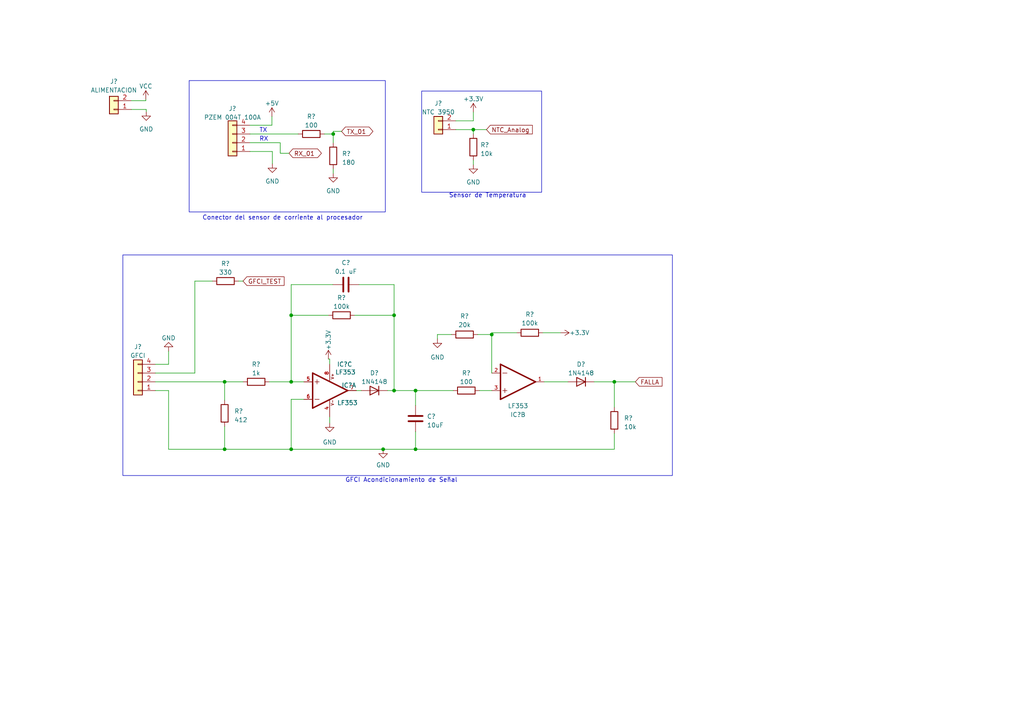
<source format=kicad_sch>
(kicad_sch (version 20230121) (generator eeschema)
  (paper "A4")
  (lib_symbols
    (symbol "Connector_Generic:Conn_01x02" (pin_names (offset 1.016) hide)
      (property "Reference" "J" (at 0 2.54 0))
      (property "Value" "Conn_01x02" (at 0 -5.08 0))
      (symbol "Conn_01x02_1_1"
        (rectangle (start -1.27 -2.413) (end 0 -2.667) (stroke (width 0.1524)))
        (rectangle (start -1.27 0.127) (end 0 -0.127) (stroke (width 0.1524)))
        (rectangle (start -1.27 1.27) (end 1.27 -3.81) (stroke (width 0.254)) (fill (type background)))
        (pin passive line (at -5.08 0 0) (length 3.81) (name "Pin_1") (number "1"))
        (pin passive line (at -5.08 -2.54 0) (length 3.81) (name "Pin_2") (number "2"))
      )
    )
    (symbol "Connector_Generic:Conn_01x04" (pin_names (offset 1.016) hide)
      (property "Reference" "J" (at 0 5.08 0))
      (property "Value" "Conn_01x04" (at 0 -7.62 0))
      (symbol "Conn_01x04_1_1"
        (rectangle (start -1.27 -4.953) (end 0 -5.207) (stroke (width 0.1524)))
        (rectangle (start -1.27 -2.413) (end 0 -2.667) (stroke (width 0.1524)))
        (rectangle (start -1.27 0.127) (end 0 -0.127) (stroke (width 0.1524)))
        (rectangle (start -1.27 2.667) (end 0 2.413) (stroke (width 0.1524)))
        (rectangle (start -1.27 3.81) (end 1.27 -6.35) (stroke (width 0.254)) (fill (type background)))
        (pin passive line (at -5.08 2.54 0) (length 3.81) (name "Pin_1") (number "1"))
        (pin passive line (at -5.08 0 0) (length 3.81) (name "Pin_2") (number "2"))
        (pin passive line (at -5.08 -2.54 0) (length 3.81) (name "Pin_3") (number "3"))
        (pin passive line (at -5.08 -5.08 0) (length 3.81) (name "Pin_4") (number "4"))
      )
    )
    (symbol "Device:C" (pin_numbers hide) (pin_names (offset 0.254))
      (property "Reference" "C" (at 0.635 2.54 0))
      (property "Value" "C" (at 0.635 -2.54 0))
      (symbol "C_0_1"
        (polyline (pts (xy -2.032 -0.762) (xy 2.032 -0.762)) (stroke (width 0.508)))
        (polyline (pts (xy -2.032 0.762) (xy 2.032 0.762)) (stroke (width 0.508)))
      )
      (symbol "C_1_1"
        (pin passive line (at 0 3.81 270) (length 2.794) (name "~") (number "1"))
        (pin passive line (at 0 -3.81 90) (length 2.794) (name "~") (number "2"))
      )
    )
    (symbol "Device:R" (pin_numbers hide) (pin_names (offset 0))
      (property "Reference" "R" (at 2.032 0 90))
      (property "Value" "R" (at 0 0 90))
      (symbol "R_0_1"
        (rectangle (start -1.016 -2.54) (end 1.016 2.54) (stroke (width 0.254)))
      )
      (symbol "R_1_1"
        (pin passive line (at 0 3.81 270) (length 1.27) (name "~") (number "1"))
        (pin passive line (at 0 -3.81 90) (length 1.27) (name "~") (number "2"))
      )
    )
    (symbol "Diode:1N4148" (pin_numbers hide) (pin_names hide)
      (property "Reference" "D" (at 0 2.54 0))
      (property "Value" "1N4148" (at 0 -2.54 0))
      (symbol "1N4148_0_1"
        (polyline (pts (xy -1.27 1.27) (xy -1.27 -1.27)) (stroke (width 0.254)))
        (polyline (pts (xy 1.27 0) (xy -1.27 0)))
        (polyline (pts (xy 1.27 1.27) (xy 1.27 -1.27) (xy -1.27 0) (xy 1.27 1.27)) (stroke (width 0.254)))
      )
      (symbol "1N4148_1_1"
        (pin passive line (at -3.81 0 0) (length 2.54) (name "K") (number "1"))
        (pin passive line (at 3.81 0 180) (length 2.54) (name "A") (number "2"))
      )
    )
    (symbol "LF353:LF353" (pin_names (offset 1.016))
      (property "Reference" "IC" (at 0 0 0))
      (property "Value" "LF353" (at 0 0 0))
      (symbol "LF353_1_0"
        (text "V+" (at 1.27 3.175 900) (effects (font (size 0.8128 0.8128)) (justify left bottom)))
        (text "V-" (at 1.27 -4.445 900) (effects (font (size 0.8128 0.8128)) (justify left bottom)))
        (pin power_in line (at 0 -7.62 90) (length 5.08) (name "~") (number "4"))
        (pin power_in line (at 0 7.62 270) (length 5.08) (name "~") (number "8"))
      )
      (symbol "LF353_2_0"
        (polyline (pts (xy -5.08 -5.08) (xy 5.08 0)) (stroke (width 0.4064)))
        (polyline (pts (xy -5.08 5.08) (xy -5.08 -5.08)) (stroke (width 0.4064)))
        (polyline (pts (xy -4.445 -2.54) (xy -3.175 -2.54)) (stroke (width 0.1524)))
        (polyline (pts (xy -4.445 2.54) (xy -3.175 2.54)) (stroke (width 0.1524)))
        (polyline (pts (xy -3.81 3.175) (xy -3.81 1.905)) (stroke (width 0.1524)))
        (polyline (pts (xy 5.08 0) (xy -5.08 5.08)) (stroke (width 0.4064)))
        (pin output line (at 7.62 0 180) (length 2.54) (name "~") (number "1"))
        (pin input line (at -7.62 -2.54 0) (length 2.54) (name "~") (number "2"))
        (pin input line (at -7.62 2.54 0) (length 2.54) (name "~") (number "3"))
      )
      (symbol "LF353_3_0"
        (polyline (pts (xy -5.08 -5.08) (xy 5.08 0)) (stroke (width 0.4064)))
        (polyline (pts (xy -5.08 5.08) (xy -5.08 -5.08)) (stroke (width 0.4064)))
        (polyline (pts (xy -4.445 -2.54) (xy -3.175 -2.54)) (stroke (width 0.1524)))
        (polyline (pts (xy -4.445 2.54) (xy -3.175 2.54)) (stroke (width 0.1524)))
        (polyline (pts (xy -3.81 3.175) (xy -3.81 1.905)) (stroke (width 0.1524)))
        (polyline (pts (xy 5.08 0) (xy -5.08 5.08)) (stroke (width 0.4064)))
        (pin input line (at -7.62 2.54 0) (length 2.54) (name "~") (number "5"))
        (pin input line (at -7.62 -2.54 0) (length 2.54) (name "~") (number "6"))
        (pin output line (at 7.62 0 180) (length 2.54) (name "~") (number "7"))
      )
    )
    (symbol "power:+3.3V" (power) (pin_names (offset 0))
      (property "Value" "+3.3V" (at 0 3.556 0))
      (symbol "+3.3V_0_1"
        (polyline (pts (xy -0.762 1.27) (xy 0 2.54)))
        (polyline (pts (xy 0 0) (xy 0 2.54)))
        (polyline (pts (xy 0 2.54) (xy 0.762 1.27)))
      )
      (symbol "+3.3V_1_1"
        (pin power_in line (at 0 0 90) (length 0) hide (name "+3.3V") (number "1"))
      )
    )
    (symbol "power:+5V" (power) (pin_names (offset 0))
      (property "Value" "+5V" (at 0 3.556 0))
      (symbol "+5V_0_1"
        (polyline (pts (xy -0.762 1.27) (xy 0 2.54)))
        (polyline (pts (xy 0 0) (xy 0 2.54)))
        (polyline (pts (xy 0 2.54) (xy 0.762 1.27)))
      )
      (symbol "+5V_1_1"
        (pin power_in line (at 0 0 90) (length 0) hide (name "+5V") (number "1"))
      )
    )
    (symbol "power:GND" (power) (pin_names (offset 0))
      (property "Value" "GND" (at 0 -3.81 0))
      (symbol "GND_0_1"
        (polyline (pts (xy 0 0) (xy 0 -1.27) (xy 1.27 -1.27) (xy 0 -2.54) (xy -1.27 -1.27) (xy 0 -1.27)))
      )
      (symbol "GND_1_1"
        (pin power_in line (at 0 0 270) (length 0) hide (name "GND") (number "1"))
      )
    )
    (symbol "power:VCC" (power) (pin_names (offset 0))
      (property "Value" "VCC" (at 0 3.81 0))
      (symbol "VCC_0_1"
        (polyline (pts (xy -0.762 1.27) (xy 0 2.54)))
        (polyline (pts (xy 0 0) (xy 0 2.54)))
        (polyline (pts (xy 0 2.54) (xy 0.762 1.27)))
      )
      (symbol "VCC_1_1"
        (pin power_in line (at 0 0 90) (length 0) hide (name "VCC") (number "1"))
      )
    )
  )
  (junction (at 120.523 113.284))
  (junction (at 178.181 110.744))
  (junction (at 84.455 91.44))
  (junction (at 65.151 130.302))
  (junction (at 114.3 113.284))
  (junction (at 142.621 97.028))
  (junction (at 84.455 110.744))
  (junction (at 114.3 91.44))
  (junction (at 96.647 38.862))
  (junction (at 137.287 37.592))
  (junction (at 84.455 130.302))
  (junction (at 65.151 110.744))
  (junction (at 111.125 130.302))
  (junction (at 120.523 130.302))
  (wire (pts (xy 96.647 49.022) (xy 96.647 50.292)))
  (wire (pts (xy 96.647 38.1) (xy 99.06 38.1)))
  (wire (pts (xy 178.181 110.744) (xy 184.277 110.744)))
  (wire (pts (xy 95.25 104.14) (xy 95.631 104.14)))
  (wire (pts (xy 96.647 41.402) (xy 96.647 38.862)))
  (wire (pts (xy 157.861 110.744) (xy 164.719 110.744)))
  (wire (pts (xy 102.87 91.44) (xy 114.3 91.44)))
  (wire (pts (xy 56.515 81.534) (xy 56.515 108.204)))
  (wire (pts (xy 114.3 91.44) (xy 114.3 113.284)))
  (wire (pts (xy 48.895 113.284) (xy 48.895 130.302)))
  (wire (pts (xy 137.287 32.512) (xy 137.287 35.052)))
  (wire (pts (xy 114.3 113.284) (xy 120.523 113.284)))
  (wire (pts (xy 96.647 38.1) (xy 96.647 38.862)))
  (wire (pts (xy 78.867 36.322) (xy 78.867 33.782)))
  (wire (pts (xy 139.065 113.284) (xy 142.621 113.284)))
  (wire (pts (xy 72.517 43.942) (xy 78.994 43.942)))
  (wire (pts (xy 72.517 38.862) (xy 86.487 38.862)))
  (wire (pts (xy 142.621 96.52) (xy 142.621 97.028)))
  (wire (pts (xy 111.125 130.302) (xy 120.523 130.302)))
  (wire (pts (xy 112.395 113.284) (xy 114.3 113.284)))
  (wire (pts (xy 45.085 113.284) (xy 48.895 113.284)))
  (wire (pts (xy 95.631 104.14) (xy 95.631 105.664)))
  (wire (pts (xy 132.207 35.052) (xy 137.287 35.052)))
  (wire (pts (xy 142.621 97.028) (xy 142.621 108.204)))
  (wire (pts (xy 137.287 46.482) (xy 137.287 47.752)))
  (wire (pts (xy 120.523 130.302) (xy 178.181 130.302)))
  (wire (pts (xy 157.48 96.52) (xy 162.56 96.52)))
  (wire (pts (xy 65.151 130.302) (xy 84.455 130.302)))
  (wire (pts (xy 126.873 97.028) (xy 126.873 98.298)))
  (wire (pts (xy 78.994 43.942) (xy 78.994 47.498)))
  (wire (pts (xy 38.1 29.21) (xy 42.291 29.21)))
  (wire (pts (xy 45.085 108.204) (xy 56.515 108.204)))
  (wire (pts (xy 42.418 32.385) (xy 42.418 31.75)))
  (wire (pts (xy 45.085 110.744) (xy 65.151 110.744)))
  (wire (pts (xy 103.378 113.284) (xy 104.775 113.284)))
  (wire (pts (xy 42.291 29.21) (xy 42.291 28.829)))
  (wire (pts (xy 120.523 113.284) (xy 120.523 117.602)))
  (wire (pts (xy 45.085 105.664) (xy 48.895 105.664)))
  (wire (pts (xy 84.455 91.44) (xy 84.455 110.744)))
  (wire (pts (xy 48.895 130.302) (xy 65.151 130.302)))
  (wire (pts (xy 65.151 110.744) (xy 70.485 110.744)))
  (wire (pts (xy 88.138 110.744) (xy 84.455 110.744)))
  (wire (pts (xy 69.215 81.534) (xy 70.485 81.534)))
  (wire (pts (xy 65.151 123.698) (xy 65.151 130.302)))
  (wire (pts (xy 138.557 97.028) (xy 142.621 97.028)))
  (wire (pts (xy 178.181 110.744) (xy 178.181 118.11)))
  (wire (pts (xy 120.523 125.222) (xy 120.523 130.302)))
  (wire (pts (xy 94.107 38.862) (xy 96.647 38.862)))
  (wire (pts (xy 104.14 82.55) (xy 114.3 82.55)))
  (wire (pts (xy 84.455 82.55) (xy 96.52 82.55)))
  (wire (pts (xy 130.937 97.028) (xy 126.873 97.028)))
  (wire (pts (xy 84.455 91.44) (xy 95.25 91.44)))
  (wire (pts (xy 84.455 115.824) (xy 84.455 130.302)))
  (wire (pts (xy 137.287 37.592) (xy 137.287 37.338)))
  (wire (pts (xy 95.631 120.904) (xy 95.631 122.682)))
  (wire (pts (xy 84.455 115.824) (xy 88.138 115.824)))
  (wire (pts (xy 56.515 81.534) (xy 61.595 81.534)))
  (wire (pts (xy 81.28 44.45) (xy 81.28 41.402)))
  (wire (pts (xy 81.28 44.45) (xy 83.82 44.45)))
  (wire (pts (xy 84.455 130.302) (xy 111.125 130.302)))
  (wire (pts (xy 65.151 116.078) (xy 65.151 110.744)))
  (wire (pts (xy 78.105 110.744) (xy 84.455 110.744)))
  (wire (pts (xy 42.418 31.75) (xy 38.1 31.75)))
  (wire (pts (xy 114.3 82.55) (xy 114.3 91.44)))
  (wire (pts (xy 137.287 37.592) (xy 141.097 37.592)))
  (wire (pts (xy 178.181 130.302) (xy 178.181 125.73)))
  (wire (pts (xy 132.207 37.592) (xy 137.287 37.592)))
  (wire (pts (xy 172.339 110.744) (xy 178.181 110.744)))
  (wire (pts (xy 137.287 38.862) (xy 137.287 37.592)))
  (wire (pts (xy 48.895 105.664) (xy 48.895 101.854)))
  (wire (pts (xy 81.28 41.402) (xy 72.517 41.402)))
  (wire (pts (xy 120.523 113.284) (xy 131.445 113.284)))
  (wire (pts (xy 72.517 36.322) (xy 78.867 36.322)))
  (wire (pts (xy 84.455 91.44) (xy 84.455 82.55)))
  (wire (pts (xy 142.621 96.52) (xy 149.86 96.52)))
  (rectangle (start 54.864 23.368) (end 111.76 61.468))
  (rectangle (start 35.6362 73.9394) (end 195.0212 137.922))
  (rectangle (start 122.301 26.416) (end 157.099 55.753))
  (text "GFCI Acondicionamiento de Señal" (at 100.1268 140.081 0) (effects (font (size 1.27 1.27)) (justify left bottom)))
  (text "TX" (at 75.184 38.608 0) (effects (font (size 1.27 1.27)) (justify left bottom)))
  (text "Conector del sensor de corriente al procesador" (at 58.674 64.008 0) (effects (font (size 1.27 1.27)) (justify left bottom)))
  (text "RX" (at 75.184 41.148 0) (effects (font (size 1.27 1.27)) (justify left bottom)))
  (text "Sensor de Temperatura" (at 130.175 57.531 0) (effects (font (size 1.27 1.27)) (justify left bottom)))
  (global_label "GFCI_TEST" (shape input) (at 70.485 81.534 0) (property "Intersheetrefs" "${INTERSHEET_REFS}" (effects hide)))
  (global_label "TX_01" (shape bidirectional) (at 99.06 38.1 0) (property "Intersheetrefs" "${INTERSHEET_REFS}" (effects hide)))
  (global_label "NTC_Analog" (shape input) (at 141.097 37.592 0) (property "Intersheetrefs" "${INTERSHEET_REFS}" (effects hide)))
  (global_label "RX_01" (shape bidirectional) (at 83.82 44.45 0) (property "Intersheetrefs" "${INTERSHEET_REFS}" (effects hide)))
  (global_label "FALLA" (shape input) (at 184.277 110.744 0) (property "Intersheetrefs" "${INTERSHEET_REFS}" (effects hide)))
  (symbol (lib_id "power:+3.3V") (at 95.25 104.14 0) (unit 1)
    (property "Reference" "#PWR049" (effects hide))
    (property "Value" "+3.3V" (at 95.25 101.6 90) (effects (justify left)))
  )
  (symbol (lib_id "Connector_Generic:Conn_01x04") (at 67.437 41.402 180) (unit 1)
    (property "Reference" "J?" (at 67.437 31.496 0))
    (property "Value" "PZEM 004T 100A" (at 67.437 34.036 0))
    (property "Footprint" "PZEM:PZEM" (effects hide))
    (instances (project "Sensores" (path "" (reference "J?") (unit 1))) (project "CircuitoPotencia" (path "" (reference "J5") (unit 1))))
  )
  (symbol (lib_id "power:GND") (at 137.287 47.752 0) (unit 1)
    (property "Reference" "#PWR?" (effects hide))
    (property "Value" "GND" (at 137.287 52.832 0))
    (instances (project "Sensores" (path "" (reference "#PWR?") (unit 1))) (project "CircuitoPotencia" (path "" (reference "#PWR055") (unit 1))))
  )
  (symbol (lib_id "power:+5V") (at 78.867 33.782 0) (unit 1)
    (property "Reference" "#PWR?" (effects hide))
    (property "Value" "+5V" (at 78.867 29.972 0))
    (instances (project "Sensores" (path "" (reference "#PWR?") (unit 1))) (project "CircuitoPotencia" (path "" (reference "#PWR047") (unit 1))))
  )
  (symbol (lib_id "Diode:1N4148") (at 168.529 110.744 180) (unit 1)
    (property "Reference" "D?" (at 168.529 105.664 0))
    (property "Value" "1N4148" (at 168.529 108.204 0))
    (property "Footprint" "Diode_THT:D_DO-35_SOD27_P7.62mm_Horizontal" (effects hide))
    (property "Datasheet" "https://assets.nexperia.com/documents/data-sheet/1N4148_1N4448.pdf" (effects hide))
    (property "Sim.Device" "D" (effects hide))
    (property "Sim.Pins" "1=K 2=A" (effects hide))
    (instances (project "Sensores" (path "" (reference "D?") (unit 1))) (project "CircuitoPotencia" (path "" (reference "D8") (unit 1))))
  )
  (symbol (lib_id "Device:C") (at 100.33 82.55 90) (unit 1)
    (property "Reference" "C?" (at 100.33 76.2 90))
    (property "Value" "0.1 uF" (at 100.33 78.74 90))
    (property "Footprint" "Capacitor_SMD:C_0805_2012Metric_Pad1.18x1.45mm_HandSolder" (effects hide))
    (instances (project "Sensores" (path "" (reference "C?") (unit 1))) (project "CircuitoPotencia" (path "" (reference "C3") (unit 1))))
  )
  (symbol (lib_id "LF353:LF353") (at 150.241 110.744 0) (mirror x) (unit 2)
    (property "Reference" "IC?" (at 150.241 120.269 0))
    (property "Value" "LF353" (at 150.241 117.729 0))
    (property "Footprint" "LF353:DIL08" (effects hide))
    (instances (project "Sensores" (path "" (reference "IC?") (unit 2))) (project "CircuitoPotencia" (path "" (reference "IC1") (unit 2))))
  )
  (symbol (lib_id "Device:R") (at 135.255 113.284 90) (unit 1)
    (property "Reference" "R?" (at 135.255 108.204 90))
    (property "Value" "100" (at 135.255 110.744 90))
    (property "Footprint" "Resistor_SMD:R_1206_3216Metric_Pad1.30x1.75mm_HandSolder" (effects hide))
    (instances (project "Sensores" (path "" (reference "R?") (unit 1))) (project "CircuitoPotencia" (path "" (reference "R17") (unit 1))))
  )
  (symbol (lib_id "Device:R") (at 178.181 121.92 0) (unit 1)
    (property "Reference" "R?" (at 180.975 121.285 0) (effects (justify left)))
    (property "Value" "10k" (at 180.975 123.825 0) (effects (justify left)))
    (property "Footprint" "Resistor_SMD:R_1206_3216Metric_Pad1.30x1.75mm_HandSolder" (effects hide))
    (instances (project "Sensores" (path "" (reference "R?") (unit 1))) (project "CircuitoPotencia" (path "" (reference "R20") (unit 1))))
  )
  (symbol (lib_id "Diode:1N4148") (at 108.585 113.284 180) (unit 1)
    (property "Reference" "D?" (at 108.585 108.1786 0))
    (property "Value" "1N4148" (at 108.585 110.7186 0))
    (property "Footprint" "Diode_THT:D_DO-35_SOD27_P7.62mm_Horizontal" (effects hide))
    (property "Datasheet" "https://assets.nexperia.com/documents/data-sheet/1N4148_1N4448.pdf" (effects hide))
    (property "Sim.Device" "D" (effects hide))
    (property "Sim.Pins" "1=K 2=A" (effects hide))
    (instances (project "Sensores" (path "" (reference "D?") (unit 1))) (project "CircuitoPotencia" (path "" (reference "D7") (unit 1))))
  )
  (symbol (lib_id "power:GND") (at 95.631 122.682 0) (unit 1)
    (property "Reference" "#PWR?" (effects hide))
    (property "Value" "GND" (at 95.631 128.27 0))
    (instances (project "Sensores" (path "" (reference "#PWR?") (unit 1))) (project "CircuitoPotencia" (path "" (reference "#PWR050") (unit 1))))
  )
  (symbol (lib_id "Device:R") (at 153.67 96.52 90) (unit 1)
    (property "Reference" "R?" (at 153.67 91.186 90))
    (property "Value" "100k" (at 153.67 93.726 90))
    (property "Footprint" "Resistor_SMD:R_1206_3216Metric_Pad1.30x1.75mm_HandSolder" (effects hide))
    (instances (project "Sensores" (path "" (reference "R?") (unit 1))) (project "CircuitoPotencia" (path "" (reference "R19") (unit 1))))
  )
  (symbol (lib_id "power:GND") (at 42.418 32.385 0) (unit 1)
    (property "Reference" "#PWR?" (effects hide))
    (property "Value" "GND" (at 42.418 37.465 0))
    (instances (project "Sensores" (path "" (reference "#PWR?") (unit 1))) (project "CircuitoPotencia" (path "" (reference "#PWR045") (unit 1))))
  )
  (symbol (lib_id "Device:R") (at 137.287 42.672 180) (unit 1)
    (property "Reference" "R?" (at 139.319 42.037 0) (effects (justify right)))
    (property "Value" "10k" (at 139.319 44.577 0) (effects (justify right)))
    (property "Footprint" "Resistor_SMD:R_1206_3216Metric_Pad1.30x1.75mm_HandSolder" (effects hide))
    (instances (project "Sensores" (path "" (reference "R?") (unit 1))) (project "CircuitoPotencia" (path "" (reference "R18") (unit 1))))
  )
  (symbol (lib_id "power:GND") (at 78.994 47.498 0) (unit 1)
    (property "Reference" "#PWR?" (effects hide))
    (property "Value" "GND" (at 78.994 52.578 0))
    (instances (project "Sensores" (path "" (reference "#PWR?") (unit 1))) (project "CircuitoPotencia" (path "" (reference "#PWR048") (unit 1))))
  )
  (symbol (lib_id "power:VCC") (at 42.291 28.829 0) (unit 1)
    (property "Reference" "#PWR?" (effects hide))
    (property "Value" "VCC" (at 42.291 25.019 0))
    (instances (project "Sensores" (path "" (reference "#PWR?") (unit 1))) (project "CircuitoPotencia" (path "" (reference "#PWR044") (unit 1))))
  )
  (symbol (lib_id "Device:R") (at 65.405 81.534 90) (unit 1)
    (property "Reference" "R?" (at 65.405 76.454 90))
    (property "Value" "330" (at 65.405 78.994 90))
    (property "Footprint" "Resistor_SMD:R_1206_3216Metric_Pad1.30x1.75mm_HandSolder" (effects hide))
    (instances (project "Sensores" (path "" (reference "R?") (unit 1))) (project "CircuitoPotencia" (path "" (reference "R11") (unit 1))))
  )
  (symbol (lib_id "Device:R") (at 65.151 119.888 0) (unit 1)
    (property "Reference" "R?" (at 67.945 119.253 0) (effects (justify left)))
    (property "Value" "412" (at 67.945 121.793 0) (effects (justify left)))
    (property "Footprint" "Resistor_SMD:R_1206_3216Metric_Pad1.30x1.75mm_HandSolder" (effects hide))
    (instances (project "Sensores" (path "" (reference "R?") (unit 1))) (project "CircuitoPotencia" (path "" (reference "R10") (unit 1))))
  )
  (symbol (lib_id "Connector_Generic:Conn_01x02") (at 33.02 31.75 180) (unit 1)
    (property "Reference" "J?" (at 33.02 23.622 0))
    (property "Value" "ALIMENTACION" (at 33.02 26.162 0))
    (property "Footprint" "Connector_JST:JST_EH_B2B-EH-A_1x02_P2.50mm_Vertical" (effects hide))
    (instances (project "Sensores" (path "" (reference "J?") (unit 1))) (project "CircuitoPotencia" (path "" (reference "J3") (unit 1))))
  )
  (symbol (lib_id "power:+3.3V") (at 137.287 32.512 0) (unit 1)
    (property "Reference" "#PWR?" (effects hide))
    (property "Value" "+3.3V" (at 137.287 28.702 0))
    (instances (project "Sensores" (path "" (reference "#PWR?") (unit 1))) (project "CircuitoPotencia" (path "" (reference "#PWR054") (unit 1))))
  )
  (symbol (lib_id "power:+3.3V") (at 162.56 96.52 270) (unit 1)
    (property "Reference" "#PWR056" (effects hide))
    (property "Value" "+3.3V" (at 165.1 96.52 90) (effects (justify left)))
  )
  (symbol (lib_id "Device:C") (at 120.523 121.412 0) (unit 1)
    (property "Reference" "C?" (at 123.825 120.777 0) (effects (justify left)))
    (property "Value" "10uF" (at 123.825 123.317 0) (effects (justify left)))
    (property "Footprint" "Capacitor_SMD:C_0805_2012Metric_Pad1.18x1.45mm_HandSolder" (effects hide))
    (instances (project "Sensores" (path "" (reference "C?") (unit 1))) (project "CircuitoPotencia" (path "" (reference "C4") (unit 1))))
  )
  (symbol (lib_id "Device:R") (at 134.747 97.028 90) (unit 1)
    (property "Reference" "R?" (at 134.747 91.694 90))
    (property "Value" "20k" (at 134.747 94.234 90))
    (property "Footprint" "Resistor_SMD:R_1206_3216Metric_Pad1.30x1.75mm_HandSolder" (effects hide))
    (instances (project "Sensores" (path "" (reference "R?") (unit 1))) (project "CircuitoPotencia" (path "" (reference "R16") (unit 1))))
  )
  (symbol (lib_id "LF353:LF353") (at 95.758 113.284 0) (unit 3)
    (property "Reference" "IC?" (at 99.949 105.664 0))
    (property "Value" "LF353" (at 100.203 107.95 0))
    (property "Footprint" "LF353:DIL08" (effects hide))
    (instances (project "Sensores" (path "" (reference "IC?") (unit 3))) (project "CircuitoPotencia" (path "" (reference "IC1") (unit 3))))
  )
  (symbol (lib_id "LF353:LF353") (at 95.631 113.284 0) (unit 1)
    (property "Reference" "IC?" (at 99.06 111.76 0) (effects (justify left)))
    (property "Value" "LF353" (at 97.79 116.84 0) (effects (justify left)))
    (property "Footprint" "LF353:DIL08" (effects hide))
    (instances (project "Sensores" (path "" (reference "IC?") (unit 1))) (project "CircuitoPotencia" (path "" (reference "IC1") (unit 1))))
  )
  (symbol (lib_id "power:GND") (at 126.873 98.298 0) (unit 1)
    (property "Reference" "#PWR?" (effects hide))
    (property "Value" "GND" (at 126.873 103.632 0))
    (instances (project "Sensores" (path "" (reference "#PWR?") (unit 1))) (project "CircuitoPotencia" (path "" (reference "#PWR053") (unit 1))))
  )
  (symbol (lib_id "Device:R") (at 74.295 110.744 270) (unit 1)
    (property "Reference" "R?" (at 74.295 105.664 90))
    (property "Value" "1k" (at 74.295 108.204 90))
    (property "Footprint" "Resistor_SMD:R_1206_3216Metric_Pad1.30x1.75mm_HandSolder" (effects hide))
    (instances (project "Sensores" (path "" (reference "R?") (unit 1))) (project "CircuitoPotencia" (path "" (reference "R12") (unit 1))))
  )
  (symbol (lib_id "Device:R") (at 90.297 38.862 270) (unit 1)
    (property "Reference" "R?" (at 90.297 33.782 90))
    (property "Value" "100" (at 90.297 36.322 90))
    (property "Footprint" "Resistor_SMD:R_1206_3216Metric_Pad1.30x1.75mm_HandSolder" (effects hide))
    (instances (project "Sensores" (path "" (reference "R?") (unit 1))) (project "CircuitoPotencia" (path "" (reference "R13") (unit 1))))
  )
  (symbol (lib_id "power:GND") (at 48.895 101.854 180) (unit 1)
    (property "Reference" "#PWR?" (effects hide))
    (property "Value" "GND" (at 48.895 98.044 0))
    (instances (project "Sensores" (path "" (reference "#PWR?") (unit 1))) (project "CircuitoPotencia" (path "" (reference "#PWR046") (unit 1))))
  )
  (symbol (lib_id "Connector_Generic:Conn_01x02") (at 127.127 37.592 180) (unit 1)
    (property "Reference" "J?" (at 127.127 29.972 0))
    (property "Value" "NTC 3950" (at 127.127 32.512 0))
    (property "Footprint" "Connector_JST:JST_EH_B2B-EH-A_1x02_P2.50mm_Vertical" (effects hide))
    (instances (project "Sensores" (path "" (reference "J?") (unit 1))) (project "CircuitoPotencia" (path "" (reference "J6") (unit 1))))
  )
  (symbol (lib_id "power:GND") (at 96.647 50.292 0) (unit 1)
    (property "Reference" "#PWR?" (effects hide))
    (property "Value" "GND" (at 96.647 55.372 0))
    (instances (project "Sensores" (path "" (reference "#PWR?") (unit 1))) (project "CircuitoPotencia" (path "" (reference "#PWR051") (unit 1))))
  )
  (symbol (lib_id "Connector_Generic:Conn_01x04") (at 40.005 110.744 180) (unit 1)
    (property "Reference" "J?" (at 40.005 100.584 0))
    (property "Value" "GFCI" (at 40.005 103.124 0))
    (property "Footprint" "Connector_JST:JST_EH_B4B-EH-A_1x04_P2.50mm_Vertical" (effects hide))
    (instances (project "Sensores" (path "" (reference "J?") (unit 1))) (project "CircuitoPotencia" (path "" (reference "J4") (unit 1))))
  )
  (symbol (lib_id "power:GND") (at 111.125 130.302 0) (unit 1)
    (property "Reference" "#PWR?" (effects hide))
    (property "Value" "GND" (at 111.125 134.874 0))
    (instances (project "Sensores" (path "" (reference "#PWR?") (unit 1))) (project "CircuitoPotencia" (path "" (reference "#PWR052") (unit 1))))
  )
  (symbol (lib_id "Device:R") (at 99.06 91.44 90) (unit 1)
    (property "Reference" "R?" (at 99.06 86.36 90))
    (property "Value" "100k" (at 99.06 88.9 90))
    (property "Footprint" "Resistor_SMD:R_1206_3216Metric_Pad1.30x1.75mm_HandSolder" (effects hide))
    (instances (project "Sensores" (path "" (reference "R?") (unit 1))) (project "CircuitoPotencia" (path "" (reference "R15") (unit 1))))
  )
  (symbol (lib_id "Device:R") (at 96.647 45.212 180) (unit 1)
    (property "Reference" "R?" (at 99.187 44.577 0) (effects (justify right)))
    (property "Value" "180" (at 99.187 47.117 0) (effects (justify right)))
    (property "Footprint" "Resistor_SMD:R_1206_3216Metric_Pad1.30x1.75mm_HandSolder" (effects hide))
    (instances (project "Sensores" (path "" (reference "R?") (unit 1))) (project "CircuitoPotencia" (path "" (reference "R14") (unit 1))))
  )
)
</source>
